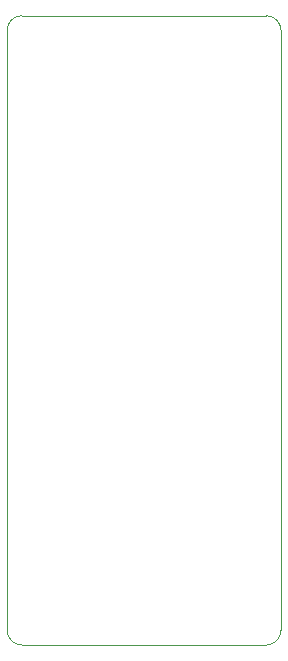
<source format=gbr>
%TF.GenerationSoftware,Altium Limited,Altium Designer,26.2.0 (7)*%
G04 Layer_Color=0*
%FSLAX45Y45*%
%MOMM*%
%TF.SameCoordinates,BFD0C231-D01E-4025-B592-F1B292206DE3*%
%TF.FilePolarity,Positive*%
%TF.FileFunction,Profile,NP*%
%TF.Part,Single*%
G01*
G75*
%TA.AperFunction,Profile*%
%ADD22C,0.02540*%
D22*
X13970000Y3427000D02*
Y8503000D01*
D02*
G02*
X14097000Y8630000I127000J0D01*
G01*
X16163000D01*
D02*
G02*
X16289999Y8503000I0J-127000D01*
G01*
Y3427000D01*
D02*
G02*
X16163000Y3300000I-127000J0D01*
G01*
X14097000D01*
D02*
G02*
X13970000Y3427000I0J127000D01*
G01*
%TF.MD5,cfc09d7c7369ecbb28fd4f43fafd6209*%
M02*

</source>
